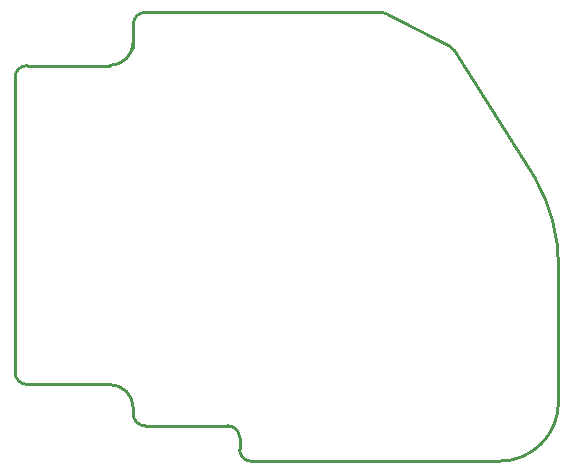
<source format=gm1>
G04*
G04 #@! TF.GenerationSoftware,Altium Limited,Altium Designer,24.4.1 (13)*
G04*
G04 Layer_Color=16711935*
%FSLAX44Y44*%
%MOMM*%
G71*
G04*
G04 #@! TF.SameCoordinates,67352877-1681-4123-B6E6-81FFD263FBCE*
G04*
G04*
G04 #@! TF.FilePolarity,Positive*
G04*
G01*
G75*
%ADD25C,0.2540*%
D25*
X-270000Y10000D02*
G03*
X-260000Y0I10000J0D01*
G01*
X-270000Y20000D02*
G03*
X-280000Y30000I-10000J0D01*
G01*
X-360000Y40000D02*
G03*
X-350000Y30000I10000J0D01*
G01*
X-360000Y45000D02*
G03*
X-380000Y65000I-20000J0D01*
G01*
X-460000Y75000D02*
G03*
X-450000Y65000I10000J0D01*
G01*
Y335000D02*
G03*
X-460000Y325000I0J-10000D01*
G01*
X-380000Y335000D02*
G03*
X-360000Y355000I0J20000D01*
G01*
X-350000Y380000D02*
G03*
X-360000Y370000I0J-10000D01*
G01*
X-50000Y0D02*
G03*
X0Y50000I0J50000D01*
G01*
X-145000Y378660D02*
G03*
X-150000Y380000I-5000J-8660D01*
G01*
X-88411Y347929D02*
G03*
X-92071Y351589I-8660J-5000D01*
G01*
X96Y165000D02*
G03*
X-20000Y240000I-150000J0D01*
G01*
X-350000Y30000D02*
X-280000D01*
X-260000Y0D02*
X-50000Y-0D01*
X-350000Y380000D02*
X-150000D01*
X-450000Y65000D02*
X-380000D01*
X-270000Y10000D02*
Y20000D01*
X-460000Y75000D02*
Y325000D01*
X-360000Y40000D02*
Y45000D01*
Y350000D02*
Y370000D01*
X-450000Y335000D02*
X-380000D01*
X0Y50000D02*
Y165000D01*
X-88411Y347929D02*
X-20000Y240000D01*
X-145000Y378660D02*
X-92071Y351589D01*
M02*

</source>
